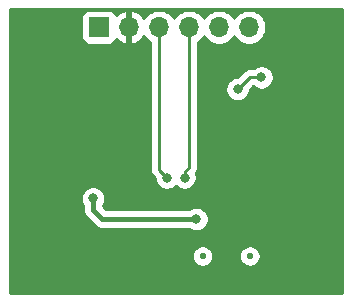
<source format=gbr>
%TF.GenerationSoftware,KiCad,Pcbnew,(5.1.10)-1*%
%TF.CreationDate,2021-05-26T11:20:56+00:00*%
%TF.ProjectId,esp32_programmer,65737033-325f-4707-926f-6772616d6d65,rev?*%
%TF.SameCoordinates,Original*%
%TF.FileFunction,Copper,L2,Bot*%
%TF.FilePolarity,Positive*%
%FSLAX46Y46*%
G04 Gerber Fmt 4.6, Leading zero omitted, Abs format (unit mm)*
G04 Created by KiCad (PCBNEW (5.1.10)-1) date 2021-05-26 11:20:56*
%MOMM*%
%LPD*%
G01*
G04 APERTURE LIST*
%TA.AperFunction,WasherPad*%
%ADD10C,0.550000*%
%TD*%
%TA.AperFunction,ComponentPad*%
%ADD11R,1.700000X1.700000*%
%TD*%
%TA.AperFunction,ComponentPad*%
%ADD12O,1.700000X1.700000*%
%TD*%
%TA.AperFunction,ViaPad*%
%ADD13C,0.600000*%
%TD*%
%TA.AperFunction,ViaPad*%
%ADD14C,0.800000*%
%TD*%
%TA.AperFunction,Conductor*%
%ADD15C,0.400000*%
%TD*%
%TA.AperFunction,Conductor*%
%ADD16C,0.250000*%
%TD*%
%TA.AperFunction,Conductor*%
%ADD17C,0.254000*%
%TD*%
%TA.AperFunction,Conductor*%
%ADD18C,0.100000*%
%TD*%
G04 APERTURE END LIST*
D10*
%TO.P,J1,*%
%TO.N,*%
X128523300Y-85139060D03*
X132523300Y-85139060D03*
%TD*%
D11*
%TO.P,J2,1*%
%TO.N,+3V3*%
X119750000Y-65750000D03*
D12*
%TO.P,J2,2*%
%TO.N,GND*%
X122290000Y-65750000D03*
%TO.P,J2,3*%
%TO.N,/TXD*%
X124830000Y-65750000D03*
%TO.P,J2,4*%
%TO.N,/RXD*%
X127370000Y-65750000D03*
%TO.P,J2,5*%
%TO.N,/EN*%
X129910000Y-65750000D03*
%TO.P,J2,6*%
%TO.N,/BOOT*%
X132450000Y-65750000D03*
%TD*%
D13*
%TO.N,GND*%
X113000000Y-65000000D03*
X114500000Y-65000000D03*
X116000000Y-65000000D03*
X117500000Y-65000000D03*
X113000000Y-66500000D03*
X113000000Y-68000000D03*
X113000000Y-69500000D03*
X113000000Y-71000000D03*
X113000000Y-72500000D03*
X113000000Y-74000000D03*
X113000000Y-81000000D03*
X113000000Y-82500000D03*
X113000000Y-84000000D03*
X113000000Y-85500000D03*
X113000000Y-87000000D03*
X114500000Y-87500000D03*
X116000000Y-87500000D03*
X117500000Y-87500000D03*
X119000000Y-87500000D03*
X120500000Y-87500000D03*
X122000000Y-87500000D03*
X123500000Y-87500000D03*
X125000000Y-87500000D03*
X136000000Y-87500000D03*
X137500000Y-87500000D03*
X139000000Y-87500000D03*
X139500000Y-86000000D03*
X139500000Y-84500000D03*
X139500000Y-83000000D03*
X139500000Y-75000000D03*
X139500000Y-73500000D03*
X139500000Y-72000000D03*
X139500000Y-70500000D03*
X139500000Y-69000000D03*
X139500000Y-67500000D03*
X139500000Y-66000000D03*
X138500000Y-65000000D03*
X137000000Y-65000000D03*
X135500000Y-65000000D03*
X123000000Y-77500000D03*
X121500000Y-79000000D03*
X122500000Y-80000000D03*
X131000000Y-77500000D03*
X129000000Y-77500000D03*
X118000000Y-68000000D03*
X118000000Y-69500000D03*
X118500000Y-71000000D03*
X119500000Y-72000000D03*
X123500000Y-73000000D03*
X123500000Y-71500000D03*
X123500000Y-70000000D03*
X123500000Y-68500000D03*
X128500000Y-71500000D03*
X133000000Y-82500000D03*
X125000000Y-84500000D03*
X125000000Y-86000000D03*
X135500000Y-83500000D03*
X137000000Y-85500000D03*
X115500000Y-73500000D03*
X115500000Y-70500000D03*
X115500000Y-67500000D03*
X117000000Y-80000000D03*
X136000000Y-74000000D03*
X137500000Y-72000000D03*
X137000000Y-67000000D03*
D14*
%TO.N,+3V3*%
X128000000Y-82000000D03*
X119250000Y-80250000D03*
%TO.N,/TXD*%
X125500000Y-78500000D03*
%TO.N,/RXD*%
X127000000Y-78500000D03*
%TO.N,Net-(Q2-Pad1)*%
X131487347Y-71012653D03*
X133500000Y-70000000D03*
%TD*%
D15*
%TO.N,+3V3*%
X120000000Y-82000000D02*
X119250000Y-81250000D01*
X119250000Y-81250000D02*
X119250000Y-80250000D01*
X128000000Y-82000000D02*
X120000000Y-82000000D01*
D16*
%TO.N,/TXD*%
X124830000Y-77830000D02*
X124830000Y-65750000D01*
X125500000Y-78500000D02*
X124830000Y-77830000D01*
%TO.N,/RXD*%
X127500000Y-65880000D02*
X127370000Y-65750000D01*
X127000000Y-78500000D02*
X127000000Y-78000000D01*
X127370000Y-77630000D02*
X127370000Y-65750000D01*
X127000000Y-78000000D02*
X127370000Y-77630000D01*
%TO.N,Net-(Q2-Pad1)*%
X131487347Y-71012653D02*
X132500000Y-70000000D01*
X132500000Y-70000000D02*
X133500000Y-70000000D01*
%TD*%
D17*
%TO.N,GND*%
X140290001Y-88290000D02*
X112210000Y-88290000D01*
X112210000Y-85049433D01*
X127613300Y-85049433D01*
X127613300Y-85228687D01*
X127648271Y-85404497D01*
X127716869Y-85570107D01*
X127816457Y-85719151D01*
X127943209Y-85845903D01*
X128092253Y-85945491D01*
X128257863Y-86014089D01*
X128433673Y-86049060D01*
X128612927Y-86049060D01*
X128788737Y-86014089D01*
X128954347Y-85945491D01*
X129103391Y-85845903D01*
X129230143Y-85719151D01*
X129329731Y-85570107D01*
X129398329Y-85404497D01*
X129433300Y-85228687D01*
X129433300Y-85049433D01*
X131613300Y-85049433D01*
X131613300Y-85228687D01*
X131648271Y-85404497D01*
X131716869Y-85570107D01*
X131816457Y-85719151D01*
X131943209Y-85845903D01*
X132092253Y-85945491D01*
X132257863Y-86014089D01*
X132433673Y-86049060D01*
X132612927Y-86049060D01*
X132788737Y-86014089D01*
X132954347Y-85945491D01*
X133103391Y-85845903D01*
X133230143Y-85719151D01*
X133329731Y-85570107D01*
X133398329Y-85404497D01*
X133433300Y-85228687D01*
X133433300Y-85049433D01*
X133398329Y-84873623D01*
X133329731Y-84708013D01*
X133230143Y-84558969D01*
X133103391Y-84432217D01*
X132954347Y-84332629D01*
X132788737Y-84264031D01*
X132612927Y-84229060D01*
X132433673Y-84229060D01*
X132257863Y-84264031D01*
X132092253Y-84332629D01*
X131943209Y-84432217D01*
X131816457Y-84558969D01*
X131716869Y-84708013D01*
X131648271Y-84873623D01*
X131613300Y-85049433D01*
X129433300Y-85049433D01*
X129398329Y-84873623D01*
X129329731Y-84708013D01*
X129230143Y-84558969D01*
X129103391Y-84432217D01*
X128954347Y-84332629D01*
X128788737Y-84264031D01*
X128612927Y-84229060D01*
X128433673Y-84229060D01*
X128257863Y-84264031D01*
X128092253Y-84332629D01*
X127943209Y-84432217D01*
X127816457Y-84558969D01*
X127716869Y-84708013D01*
X127648271Y-84873623D01*
X127613300Y-85049433D01*
X112210000Y-85049433D01*
X112210000Y-80148061D01*
X118215000Y-80148061D01*
X118215000Y-80351939D01*
X118254774Y-80551898D01*
X118332795Y-80740256D01*
X118415000Y-80863285D01*
X118415000Y-81208981D01*
X118410960Y-81250000D01*
X118415000Y-81291018D01*
X118427082Y-81413688D01*
X118474828Y-81571086D01*
X118552364Y-81716145D01*
X118656709Y-81843291D01*
X118688578Y-81869446D01*
X119380558Y-82561426D01*
X119406709Y-82593291D01*
X119487719Y-82659774D01*
X119533854Y-82697636D01*
X119678913Y-82775172D01*
X119836311Y-82822918D01*
X119999999Y-82839040D01*
X120041018Y-82835000D01*
X127386715Y-82835000D01*
X127509744Y-82917205D01*
X127698102Y-82995226D01*
X127898061Y-83035000D01*
X128101939Y-83035000D01*
X128301898Y-82995226D01*
X128490256Y-82917205D01*
X128659774Y-82803937D01*
X128803937Y-82659774D01*
X128917205Y-82490256D01*
X128995226Y-82301898D01*
X129035000Y-82101939D01*
X129035000Y-81898061D01*
X128995226Y-81698102D01*
X128917205Y-81509744D01*
X128803937Y-81340226D01*
X128659774Y-81196063D01*
X128490256Y-81082795D01*
X128301898Y-81004774D01*
X128101939Y-80965000D01*
X127898061Y-80965000D01*
X127698102Y-81004774D01*
X127509744Y-81082795D01*
X127386715Y-81165000D01*
X120345868Y-81165000D01*
X120085000Y-80904133D01*
X120085000Y-80863285D01*
X120167205Y-80740256D01*
X120245226Y-80551898D01*
X120285000Y-80351939D01*
X120285000Y-80148061D01*
X120245226Y-79948102D01*
X120167205Y-79759744D01*
X120053937Y-79590226D01*
X119909774Y-79446063D01*
X119740256Y-79332795D01*
X119551898Y-79254774D01*
X119351939Y-79215000D01*
X119148061Y-79215000D01*
X118948102Y-79254774D01*
X118759744Y-79332795D01*
X118590226Y-79446063D01*
X118446063Y-79590226D01*
X118332795Y-79759744D01*
X118254774Y-79948102D01*
X118215000Y-80148061D01*
X112210000Y-80148061D01*
X112210000Y-64900000D01*
X118261928Y-64900000D01*
X118261928Y-66600000D01*
X118274188Y-66724482D01*
X118310498Y-66844180D01*
X118369463Y-66954494D01*
X118448815Y-67051185D01*
X118545506Y-67130537D01*
X118655820Y-67189502D01*
X118775518Y-67225812D01*
X118900000Y-67238072D01*
X120600000Y-67238072D01*
X120724482Y-67225812D01*
X120844180Y-67189502D01*
X120954494Y-67130537D01*
X121051185Y-67051185D01*
X121130537Y-66954494D01*
X121189502Y-66844180D01*
X121213966Y-66763534D01*
X121289731Y-66847588D01*
X121523080Y-67021641D01*
X121785901Y-67146825D01*
X121933110Y-67191476D01*
X122163000Y-67070155D01*
X122163000Y-65877000D01*
X122143000Y-65877000D01*
X122143000Y-65623000D01*
X122163000Y-65623000D01*
X122163000Y-64429845D01*
X122417000Y-64429845D01*
X122417000Y-65623000D01*
X122437000Y-65623000D01*
X122437000Y-65877000D01*
X122417000Y-65877000D01*
X122417000Y-67070155D01*
X122646890Y-67191476D01*
X122794099Y-67146825D01*
X123056920Y-67021641D01*
X123290269Y-66847588D01*
X123485178Y-66631355D01*
X123554805Y-66514466D01*
X123676525Y-66696632D01*
X123883368Y-66903475D01*
X124070001Y-67028179D01*
X124070000Y-77792678D01*
X124066324Y-77830000D01*
X124070000Y-77867322D01*
X124070000Y-77867332D01*
X124080997Y-77978985D01*
X124103836Y-78054275D01*
X124124454Y-78122246D01*
X124195026Y-78254276D01*
X124203806Y-78264974D01*
X124289999Y-78370001D01*
X124319002Y-78393803D01*
X124465000Y-78539801D01*
X124465000Y-78601939D01*
X124504774Y-78801898D01*
X124582795Y-78990256D01*
X124696063Y-79159774D01*
X124840226Y-79303937D01*
X125009744Y-79417205D01*
X125198102Y-79495226D01*
X125398061Y-79535000D01*
X125601939Y-79535000D01*
X125801898Y-79495226D01*
X125990256Y-79417205D01*
X126159774Y-79303937D01*
X126250000Y-79213711D01*
X126340226Y-79303937D01*
X126509744Y-79417205D01*
X126698102Y-79495226D01*
X126898061Y-79535000D01*
X127101939Y-79535000D01*
X127301898Y-79495226D01*
X127490256Y-79417205D01*
X127659774Y-79303937D01*
X127803937Y-79159774D01*
X127917205Y-78990256D01*
X127995226Y-78801898D01*
X128035000Y-78601939D01*
X128035000Y-78398061D01*
X127995226Y-78198102D01*
X127958904Y-78110413D01*
X128004974Y-78054276D01*
X128075546Y-77922247D01*
X128119003Y-77778986D01*
X128130000Y-77667333D01*
X128130000Y-77667323D01*
X128133676Y-77630001D01*
X128130000Y-77592678D01*
X128130000Y-70910714D01*
X130452347Y-70910714D01*
X130452347Y-71114592D01*
X130492121Y-71314551D01*
X130570142Y-71502909D01*
X130683410Y-71672427D01*
X130827573Y-71816590D01*
X130997091Y-71929858D01*
X131185449Y-72007879D01*
X131385408Y-72047653D01*
X131589286Y-72047653D01*
X131789245Y-72007879D01*
X131977603Y-71929858D01*
X132147121Y-71816590D01*
X132291284Y-71672427D01*
X132404552Y-71502909D01*
X132482573Y-71314551D01*
X132522347Y-71114592D01*
X132522347Y-71052454D01*
X132805545Y-70769256D01*
X132840226Y-70803937D01*
X133009744Y-70917205D01*
X133198102Y-70995226D01*
X133398061Y-71035000D01*
X133601939Y-71035000D01*
X133801898Y-70995226D01*
X133990256Y-70917205D01*
X134159774Y-70803937D01*
X134303937Y-70659774D01*
X134417205Y-70490256D01*
X134495226Y-70301898D01*
X134535000Y-70101939D01*
X134535000Y-69898061D01*
X134495226Y-69698102D01*
X134417205Y-69509744D01*
X134303937Y-69340226D01*
X134159774Y-69196063D01*
X133990256Y-69082795D01*
X133801898Y-69004774D01*
X133601939Y-68965000D01*
X133398061Y-68965000D01*
X133198102Y-69004774D01*
X133009744Y-69082795D01*
X132840226Y-69196063D01*
X132796289Y-69240000D01*
X132537333Y-69240000D01*
X132500000Y-69236323D01*
X132462667Y-69240000D01*
X132351014Y-69250997D01*
X132207753Y-69294454D01*
X132075724Y-69365026D01*
X131959999Y-69459999D01*
X131936201Y-69488997D01*
X131447546Y-69977653D01*
X131385408Y-69977653D01*
X131185449Y-70017427D01*
X130997091Y-70095448D01*
X130827573Y-70208716D01*
X130683410Y-70352879D01*
X130570142Y-70522397D01*
X130492121Y-70710755D01*
X130452347Y-70910714D01*
X128130000Y-70910714D01*
X128130000Y-67028178D01*
X128316632Y-66903475D01*
X128523475Y-66696632D01*
X128640000Y-66522240D01*
X128756525Y-66696632D01*
X128963368Y-66903475D01*
X129206589Y-67065990D01*
X129476842Y-67177932D01*
X129763740Y-67235000D01*
X130056260Y-67235000D01*
X130343158Y-67177932D01*
X130613411Y-67065990D01*
X130856632Y-66903475D01*
X131063475Y-66696632D01*
X131180000Y-66522240D01*
X131296525Y-66696632D01*
X131503368Y-66903475D01*
X131746589Y-67065990D01*
X132016842Y-67177932D01*
X132303740Y-67235000D01*
X132596260Y-67235000D01*
X132883158Y-67177932D01*
X133153411Y-67065990D01*
X133396632Y-66903475D01*
X133603475Y-66696632D01*
X133765990Y-66453411D01*
X133877932Y-66183158D01*
X133935000Y-65896260D01*
X133935000Y-65603740D01*
X133877932Y-65316842D01*
X133765990Y-65046589D01*
X133603475Y-64803368D01*
X133396632Y-64596525D01*
X133153411Y-64434010D01*
X132883158Y-64322068D01*
X132596260Y-64265000D01*
X132303740Y-64265000D01*
X132016842Y-64322068D01*
X131746589Y-64434010D01*
X131503368Y-64596525D01*
X131296525Y-64803368D01*
X131180000Y-64977760D01*
X131063475Y-64803368D01*
X130856632Y-64596525D01*
X130613411Y-64434010D01*
X130343158Y-64322068D01*
X130056260Y-64265000D01*
X129763740Y-64265000D01*
X129476842Y-64322068D01*
X129206589Y-64434010D01*
X128963368Y-64596525D01*
X128756525Y-64803368D01*
X128640000Y-64977760D01*
X128523475Y-64803368D01*
X128316632Y-64596525D01*
X128073411Y-64434010D01*
X127803158Y-64322068D01*
X127516260Y-64265000D01*
X127223740Y-64265000D01*
X126936842Y-64322068D01*
X126666589Y-64434010D01*
X126423368Y-64596525D01*
X126216525Y-64803368D01*
X126100000Y-64977760D01*
X125983475Y-64803368D01*
X125776632Y-64596525D01*
X125533411Y-64434010D01*
X125263158Y-64322068D01*
X124976260Y-64265000D01*
X124683740Y-64265000D01*
X124396842Y-64322068D01*
X124126589Y-64434010D01*
X123883368Y-64596525D01*
X123676525Y-64803368D01*
X123554805Y-64985534D01*
X123485178Y-64868645D01*
X123290269Y-64652412D01*
X123056920Y-64478359D01*
X122794099Y-64353175D01*
X122646890Y-64308524D01*
X122417000Y-64429845D01*
X122163000Y-64429845D01*
X121933110Y-64308524D01*
X121785901Y-64353175D01*
X121523080Y-64478359D01*
X121289731Y-64652412D01*
X121213966Y-64736466D01*
X121189502Y-64655820D01*
X121130537Y-64545506D01*
X121051185Y-64448815D01*
X120954494Y-64369463D01*
X120844180Y-64310498D01*
X120724482Y-64274188D01*
X120600000Y-64261928D01*
X118900000Y-64261928D01*
X118775518Y-64274188D01*
X118655820Y-64310498D01*
X118545506Y-64369463D01*
X118448815Y-64448815D01*
X118369463Y-64545506D01*
X118310498Y-64655820D01*
X118274188Y-64775518D01*
X118261928Y-64900000D01*
X112210000Y-64900000D01*
X112210000Y-64210000D01*
X140290000Y-64210000D01*
X140290001Y-88290000D01*
%TA.AperFunction,Conductor*%
D18*
G36*
X140290001Y-88290000D02*
G01*
X112210000Y-88290000D01*
X112210000Y-85049433D01*
X127613300Y-85049433D01*
X127613300Y-85228687D01*
X127648271Y-85404497D01*
X127716869Y-85570107D01*
X127816457Y-85719151D01*
X127943209Y-85845903D01*
X128092253Y-85945491D01*
X128257863Y-86014089D01*
X128433673Y-86049060D01*
X128612927Y-86049060D01*
X128788737Y-86014089D01*
X128954347Y-85945491D01*
X129103391Y-85845903D01*
X129230143Y-85719151D01*
X129329731Y-85570107D01*
X129398329Y-85404497D01*
X129433300Y-85228687D01*
X129433300Y-85049433D01*
X131613300Y-85049433D01*
X131613300Y-85228687D01*
X131648271Y-85404497D01*
X131716869Y-85570107D01*
X131816457Y-85719151D01*
X131943209Y-85845903D01*
X132092253Y-85945491D01*
X132257863Y-86014089D01*
X132433673Y-86049060D01*
X132612927Y-86049060D01*
X132788737Y-86014089D01*
X132954347Y-85945491D01*
X133103391Y-85845903D01*
X133230143Y-85719151D01*
X133329731Y-85570107D01*
X133398329Y-85404497D01*
X133433300Y-85228687D01*
X133433300Y-85049433D01*
X133398329Y-84873623D01*
X133329731Y-84708013D01*
X133230143Y-84558969D01*
X133103391Y-84432217D01*
X132954347Y-84332629D01*
X132788737Y-84264031D01*
X132612927Y-84229060D01*
X132433673Y-84229060D01*
X132257863Y-84264031D01*
X132092253Y-84332629D01*
X131943209Y-84432217D01*
X131816457Y-84558969D01*
X131716869Y-84708013D01*
X131648271Y-84873623D01*
X131613300Y-85049433D01*
X129433300Y-85049433D01*
X129398329Y-84873623D01*
X129329731Y-84708013D01*
X129230143Y-84558969D01*
X129103391Y-84432217D01*
X128954347Y-84332629D01*
X128788737Y-84264031D01*
X128612927Y-84229060D01*
X128433673Y-84229060D01*
X128257863Y-84264031D01*
X128092253Y-84332629D01*
X127943209Y-84432217D01*
X127816457Y-84558969D01*
X127716869Y-84708013D01*
X127648271Y-84873623D01*
X127613300Y-85049433D01*
X112210000Y-85049433D01*
X112210000Y-80148061D01*
X118215000Y-80148061D01*
X118215000Y-80351939D01*
X118254774Y-80551898D01*
X118332795Y-80740256D01*
X118415000Y-80863285D01*
X118415000Y-81208981D01*
X118410960Y-81250000D01*
X118415000Y-81291018D01*
X118427082Y-81413688D01*
X118474828Y-81571086D01*
X118552364Y-81716145D01*
X118656709Y-81843291D01*
X118688578Y-81869446D01*
X119380558Y-82561426D01*
X119406709Y-82593291D01*
X119487719Y-82659774D01*
X119533854Y-82697636D01*
X119678913Y-82775172D01*
X119836311Y-82822918D01*
X119999999Y-82839040D01*
X120041018Y-82835000D01*
X127386715Y-82835000D01*
X127509744Y-82917205D01*
X127698102Y-82995226D01*
X127898061Y-83035000D01*
X128101939Y-83035000D01*
X128301898Y-82995226D01*
X128490256Y-82917205D01*
X128659774Y-82803937D01*
X128803937Y-82659774D01*
X128917205Y-82490256D01*
X128995226Y-82301898D01*
X129035000Y-82101939D01*
X129035000Y-81898061D01*
X128995226Y-81698102D01*
X128917205Y-81509744D01*
X128803937Y-81340226D01*
X128659774Y-81196063D01*
X128490256Y-81082795D01*
X128301898Y-81004774D01*
X128101939Y-80965000D01*
X127898061Y-80965000D01*
X127698102Y-81004774D01*
X127509744Y-81082795D01*
X127386715Y-81165000D01*
X120345868Y-81165000D01*
X120085000Y-80904133D01*
X120085000Y-80863285D01*
X120167205Y-80740256D01*
X120245226Y-80551898D01*
X120285000Y-80351939D01*
X120285000Y-80148061D01*
X120245226Y-79948102D01*
X120167205Y-79759744D01*
X120053937Y-79590226D01*
X119909774Y-79446063D01*
X119740256Y-79332795D01*
X119551898Y-79254774D01*
X119351939Y-79215000D01*
X119148061Y-79215000D01*
X118948102Y-79254774D01*
X118759744Y-79332795D01*
X118590226Y-79446063D01*
X118446063Y-79590226D01*
X118332795Y-79759744D01*
X118254774Y-79948102D01*
X118215000Y-80148061D01*
X112210000Y-80148061D01*
X112210000Y-64900000D01*
X118261928Y-64900000D01*
X118261928Y-66600000D01*
X118274188Y-66724482D01*
X118310498Y-66844180D01*
X118369463Y-66954494D01*
X118448815Y-67051185D01*
X118545506Y-67130537D01*
X118655820Y-67189502D01*
X118775518Y-67225812D01*
X118900000Y-67238072D01*
X120600000Y-67238072D01*
X120724482Y-67225812D01*
X120844180Y-67189502D01*
X120954494Y-67130537D01*
X121051185Y-67051185D01*
X121130537Y-66954494D01*
X121189502Y-66844180D01*
X121213966Y-66763534D01*
X121289731Y-66847588D01*
X121523080Y-67021641D01*
X121785901Y-67146825D01*
X121933110Y-67191476D01*
X122163000Y-67070155D01*
X122163000Y-65877000D01*
X122143000Y-65877000D01*
X122143000Y-65623000D01*
X122163000Y-65623000D01*
X122163000Y-64429845D01*
X122417000Y-64429845D01*
X122417000Y-65623000D01*
X122437000Y-65623000D01*
X122437000Y-65877000D01*
X122417000Y-65877000D01*
X122417000Y-67070155D01*
X122646890Y-67191476D01*
X122794099Y-67146825D01*
X123056920Y-67021641D01*
X123290269Y-66847588D01*
X123485178Y-66631355D01*
X123554805Y-66514466D01*
X123676525Y-66696632D01*
X123883368Y-66903475D01*
X124070001Y-67028179D01*
X124070000Y-77792678D01*
X124066324Y-77830000D01*
X124070000Y-77867322D01*
X124070000Y-77867332D01*
X124080997Y-77978985D01*
X124103836Y-78054275D01*
X124124454Y-78122246D01*
X124195026Y-78254276D01*
X124203806Y-78264974D01*
X124289999Y-78370001D01*
X124319002Y-78393803D01*
X124465000Y-78539801D01*
X124465000Y-78601939D01*
X124504774Y-78801898D01*
X124582795Y-78990256D01*
X124696063Y-79159774D01*
X124840226Y-79303937D01*
X125009744Y-79417205D01*
X125198102Y-79495226D01*
X125398061Y-79535000D01*
X125601939Y-79535000D01*
X125801898Y-79495226D01*
X125990256Y-79417205D01*
X126159774Y-79303937D01*
X126250000Y-79213711D01*
X126340226Y-79303937D01*
X126509744Y-79417205D01*
X126698102Y-79495226D01*
X126898061Y-79535000D01*
X127101939Y-79535000D01*
X127301898Y-79495226D01*
X127490256Y-79417205D01*
X127659774Y-79303937D01*
X127803937Y-79159774D01*
X127917205Y-78990256D01*
X127995226Y-78801898D01*
X128035000Y-78601939D01*
X128035000Y-78398061D01*
X127995226Y-78198102D01*
X127958904Y-78110413D01*
X128004974Y-78054276D01*
X128075546Y-77922247D01*
X128119003Y-77778986D01*
X128130000Y-77667333D01*
X128130000Y-77667323D01*
X128133676Y-77630001D01*
X128130000Y-77592678D01*
X128130000Y-70910714D01*
X130452347Y-70910714D01*
X130452347Y-71114592D01*
X130492121Y-71314551D01*
X130570142Y-71502909D01*
X130683410Y-71672427D01*
X130827573Y-71816590D01*
X130997091Y-71929858D01*
X131185449Y-72007879D01*
X131385408Y-72047653D01*
X131589286Y-72047653D01*
X131789245Y-72007879D01*
X131977603Y-71929858D01*
X132147121Y-71816590D01*
X132291284Y-71672427D01*
X132404552Y-71502909D01*
X132482573Y-71314551D01*
X132522347Y-71114592D01*
X132522347Y-71052454D01*
X132805545Y-70769256D01*
X132840226Y-70803937D01*
X133009744Y-70917205D01*
X133198102Y-70995226D01*
X133398061Y-71035000D01*
X133601939Y-71035000D01*
X133801898Y-70995226D01*
X133990256Y-70917205D01*
X134159774Y-70803937D01*
X134303937Y-70659774D01*
X134417205Y-70490256D01*
X134495226Y-70301898D01*
X134535000Y-70101939D01*
X134535000Y-69898061D01*
X134495226Y-69698102D01*
X134417205Y-69509744D01*
X134303937Y-69340226D01*
X134159774Y-69196063D01*
X133990256Y-69082795D01*
X133801898Y-69004774D01*
X133601939Y-68965000D01*
X133398061Y-68965000D01*
X133198102Y-69004774D01*
X133009744Y-69082795D01*
X132840226Y-69196063D01*
X132796289Y-69240000D01*
X132537333Y-69240000D01*
X132500000Y-69236323D01*
X132462667Y-69240000D01*
X132351014Y-69250997D01*
X132207753Y-69294454D01*
X132075724Y-69365026D01*
X131959999Y-69459999D01*
X131936201Y-69488997D01*
X131447546Y-69977653D01*
X131385408Y-69977653D01*
X131185449Y-70017427D01*
X130997091Y-70095448D01*
X130827573Y-70208716D01*
X130683410Y-70352879D01*
X130570142Y-70522397D01*
X130492121Y-70710755D01*
X130452347Y-70910714D01*
X128130000Y-70910714D01*
X128130000Y-67028178D01*
X128316632Y-66903475D01*
X128523475Y-66696632D01*
X128640000Y-66522240D01*
X128756525Y-66696632D01*
X128963368Y-66903475D01*
X129206589Y-67065990D01*
X129476842Y-67177932D01*
X129763740Y-67235000D01*
X130056260Y-67235000D01*
X130343158Y-67177932D01*
X130613411Y-67065990D01*
X130856632Y-66903475D01*
X131063475Y-66696632D01*
X131180000Y-66522240D01*
X131296525Y-66696632D01*
X131503368Y-66903475D01*
X131746589Y-67065990D01*
X132016842Y-67177932D01*
X132303740Y-67235000D01*
X132596260Y-67235000D01*
X132883158Y-67177932D01*
X133153411Y-67065990D01*
X133396632Y-66903475D01*
X133603475Y-66696632D01*
X133765990Y-66453411D01*
X133877932Y-66183158D01*
X133935000Y-65896260D01*
X133935000Y-65603740D01*
X133877932Y-65316842D01*
X133765990Y-65046589D01*
X133603475Y-64803368D01*
X133396632Y-64596525D01*
X133153411Y-64434010D01*
X132883158Y-64322068D01*
X132596260Y-64265000D01*
X132303740Y-64265000D01*
X132016842Y-64322068D01*
X131746589Y-64434010D01*
X131503368Y-64596525D01*
X131296525Y-64803368D01*
X131180000Y-64977760D01*
X131063475Y-64803368D01*
X130856632Y-64596525D01*
X130613411Y-64434010D01*
X130343158Y-64322068D01*
X130056260Y-64265000D01*
X129763740Y-64265000D01*
X129476842Y-64322068D01*
X129206589Y-64434010D01*
X128963368Y-64596525D01*
X128756525Y-64803368D01*
X128640000Y-64977760D01*
X128523475Y-64803368D01*
X128316632Y-64596525D01*
X128073411Y-64434010D01*
X127803158Y-64322068D01*
X127516260Y-64265000D01*
X127223740Y-64265000D01*
X126936842Y-64322068D01*
X126666589Y-64434010D01*
X126423368Y-64596525D01*
X126216525Y-64803368D01*
X126100000Y-64977760D01*
X125983475Y-64803368D01*
X125776632Y-64596525D01*
X125533411Y-64434010D01*
X125263158Y-64322068D01*
X124976260Y-64265000D01*
X124683740Y-64265000D01*
X124396842Y-64322068D01*
X124126589Y-64434010D01*
X123883368Y-64596525D01*
X123676525Y-64803368D01*
X123554805Y-64985534D01*
X123485178Y-64868645D01*
X123290269Y-64652412D01*
X123056920Y-64478359D01*
X122794099Y-64353175D01*
X122646890Y-64308524D01*
X122417000Y-64429845D01*
X122163000Y-64429845D01*
X121933110Y-64308524D01*
X121785901Y-64353175D01*
X121523080Y-64478359D01*
X121289731Y-64652412D01*
X121213966Y-64736466D01*
X121189502Y-64655820D01*
X121130537Y-64545506D01*
X121051185Y-64448815D01*
X120954494Y-64369463D01*
X120844180Y-64310498D01*
X120724482Y-64274188D01*
X120600000Y-64261928D01*
X118900000Y-64261928D01*
X118775518Y-64274188D01*
X118655820Y-64310498D01*
X118545506Y-64369463D01*
X118448815Y-64448815D01*
X118369463Y-64545506D01*
X118310498Y-64655820D01*
X118274188Y-64775518D01*
X118261928Y-64900000D01*
X112210000Y-64900000D01*
X112210000Y-64210000D01*
X140290000Y-64210000D01*
X140290001Y-88290000D01*
G37*
%TD.AperFunction*%
%TD*%
M02*

</source>
